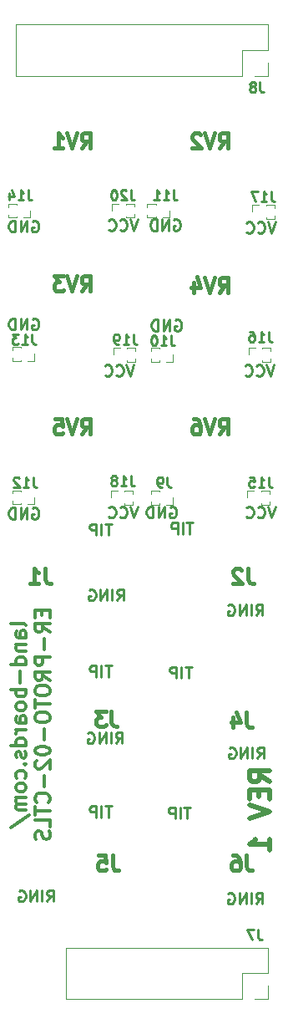
<source format=gbo>
%TF.GenerationSoftware,KiCad,Pcbnew,(6.0.1)*%
%TF.CreationDate,2022-11-01T09:03:49-04:00*%
%TF.ProjectId,ER-PROTO-02-CTLS,45522d50-524f-4544-9f2d-30322d43544c,1*%
%TF.SameCoordinates,Original*%
%TF.FileFunction,Legend,Bot*%
%TF.FilePolarity,Positive*%
%FSLAX46Y46*%
G04 Gerber Fmt 4.6, Leading zero omitted, Abs format (unit mm)*
G04 Created by KiCad (PCBNEW (6.0.1)) date 2022-11-01 09:03:49*
%MOMM*%
%LPD*%
G01*
G04 APERTURE LIST*
%ADD10C,0.381000*%
%ADD11C,0.285750*%
%ADD12C,0.375000*%
%ADD13C,0.500000*%
%ADD14C,0.254000*%
%ADD15C,0.120000*%
G04 APERTURE END LIST*
D10*
X109601000Y-94796428D02*
X109601000Y-95885000D01*
X109673571Y-96102714D01*
X109818714Y-96247857D01*
X110036428Y-96320428D01*
X110181571Y-96320428D01*
X108149571Y-94796428D02*
X108875285Y-94796428D01*
X108947857Y-95522142D01*
X108875285Y-95449571D01*
X108730142Y-95377000D01*
X108367285Y-95377000D01*
X108222142Y-95449571D01*
X108149571Y-95522142D01*
X108077000Y-95667285D01*
X108077000Y-96030142D01*
X108149571Y-96175285D01*
X108222142Y-96247857D01*
X108367285Y-96320428D01*
X108730142Y-96320428D01*
X108875285Y-96247857D01*
X108947857Y-96175285D01*
X123190000Y-94796428D02*
X123190000Y-95885000D01*
X123262571Y-96102714D01*
X123407714Y-96247857D01*
X123625428Y-96320428D01*
X123770571Y-96320428D01*
X121811142Y-94796428D02*
X122101428Y-94796428D01*
X122246571Y-94869000D01*
X122319142Y-94941571D01*
X122464285Y-95159285D01*
X122536857Y-95449571D01*
X122536857Y-96030142D01*
X122464285Y-96175285D01*
X122391714Y-96247857D01*
X122246571Y-96320428D01*
X121956285Y-96320428D01*
X121811142Y-96247857D01*
X121738571Y-96175285D01*
X121666000Y-96030142D01*
X121666000Y-95667285D01*
X121738571Y-95522142D01*
X121811142Y-95449571D01*
X121956285Y-95377000D01*
X122246571Y-95377000D01*
X122391714Y-95449571D01*
X122464285Y-95522142D01*
X122536857Y-95667285D01*
X123190000Y-80318428D02*
X123190000Y-81407000D01*
X123262571Y-81624714D01*
X123407714Y-81769857D01*
X123625428Y-81842428D01*
X123770571Y-81842428D01*
X121811142Y-80826428D02*
X121811142Y-81842428D01*
X122174000Y-80245857D02*
X122536857Y-81334428D01*
X121593428Y-81334428D01*
X109474000Y-80191428D02*
X109474000Y-81280000D01*
X109546571Y-81497714D01*
X109691714Y-81642857D01*
X109909428Y-81715428D01*
X110054571Y-81715428D01*
X108893428Y-80191428D02*
X107950000Y-80191428D01*
X108458000Y-80772000D01*
X108240285Y-80772000D01*
X108095142Y-80844571D01*
X108022571Y-80917142D01*
X107950000Y-81062285D01*
X107950000Y-81425142D01*
X108022571Y-81570285D01*
X108095142Y-81642857D01*
X108240285Y-81715428D01*
X108675714Y-81715428D01*
X108820857Y-81642857D01*
X108893428Y-81570285D01*
X123317000Y-65713428D02*
X123317000Y-66802000D01*
X123389571Y-67019714D01*
X123534714Y-67164857D01*
X123752428Y-67237428D01*
X123897571Y-67237428D01*
X122663857Y-65858571D02*
X122591285Y-65786000D01*
X122446142Y-65713428D01*
X122083285Y-65713428D01*
X121938142Y-65786000D01*
X121865571Y-65858571D01*
X121793000Y-66003714D01*
X121793000Y-66148857D01*
X121865571Y-66366571D01*
X122736428Y-67237428D01*
X121793000Y-67237428D01*
D11*
X102942571Y-99450071D02*
X103323571Y-98905785D01*
X103595714Y-99450071D02*
X103595714Y-98307071D01*
X103160285Y-98307071D01*
X103051428Y-98361500D01*
X102997000Y-98415928D01*
X102942571Y-98524785D01*
X102942571Y-98688071D01*
X102997000Y-98796928D01*
X103051428Y-98851357D01*
X103160285Y-98905785D01*
X103595714Y-98905785D01*
X102452714Y-99450071D02*
X102452714Y-98307071D01*
X101908428Y-99450071D02*
X101908428Y-98307071D01*
X101255285Y-99450071D01*
X101255285Y-98307071D01*
X100112285Y-98361500D02*
X100221142Y-98307071D01*
X100384428Y-98307071D01*
X100547714Y-98361500D01*
X100656571Y-98470357D01*
X100711000Y-98579214D01*
X100765428Y-98796928D01*
X100765428Y-98960214D01*
X100711000Y-99177928D01*
X100656571Y-99286785D01*
X100547714Y-99395642D01*
X100384428Y-99450071D01*
X100275571Y-99450071D01*
X100112285Y-99395642D01*
X100057857Y-99341214D01*
X100057857Y-98960214D01*
X100275571Y-98960214D01*
X124151571Y-99704071D02*
X124532571Y-99159785D01*
X124804714Y-99704071D02*
X124804714Y-98561071D01*
X124369285Y-98561071D01*
X124260428Y-98615500D01*
X124206000Y-98669928D01*
X124151571Y-98778785D01*
X124151571Y-98942071D01*
X124206000Y-99050928D01*
X124260428Y-99105357D01*
X124369285Y-99159785D01*
X124804714Y-99159785D01*
X123661714Y-99704071D02*
X123661714Y-98561071D01*
X123117428Y-99704071D02*
X123117428Y-98561071D01*
X122464285Y-99704071D01*
X122464285Y-98561071D01*
X121321285Y-98615500D02*
X121430142Y-98561071D01*
X121593428Y-98561071D01*
X121756714Y-98615500D01*
X121865571Y-98724357D01*
X121920000Y-98833214D01*
X121974428Y-99050928D01*
X121974428Y-99214214D01*
X121920000Y-99431928D01*
X121865571Y-99540785D01*
X121756714Y-99649642D01*
X121593428Y-99704071D01*
X121484571Y-99704071D01*
X121321285Y-99649642D01*
X121266857Y-99595214D01*
X121266857Y-99214214D01*
X121484571Y-99214214D01*
X124278571Y-84972071D02*
X124659571Y-84427785D01*
X124931714Y-84972071D02*
X124931714Y-83829071D01*
X124496285Y-83829071D01*
X124387428Y-83883500D01*
X124333000Y-83937928D01*
X124278571Y-84046785D01*
X124278571Y-84210071D01*
X124333000Y-84318928D01*
X124387428Y-84373357D01*
X124496285Y-84427785D01*
X124931714Y-84427785D01*
X123788714Y-84972071D02*
X123788714Y-83829071D01*
X123244428Y-84972071D02*
X123244428Y-83829071D01*
X122591285Y-84972071D01*
X122591285Y-83829071D01*
X121448285Y-83883500D02*
X121557142Y-83829071D01*
X121720428Y-83829071D01*
X121883714Y-83883500D01*
X121992571Y-83992357D01*
X122047000Y-84101214D01*
X122101428Y-84318928D01*
X122101428Y-84482214D01*
X122047000Y-84699928D01*
X121992571Y-84808785D01*
X121883714Y-84917642D01*
X121720428Y-84972071D01*
X121611571Y-84972071D01*
X121448285Y-84917642D01*
X121393857Y-84863214D01*
X121393857Y-84482214D01*
X121611571Y-84482214D01*
X109927571Y-83448071D02*
X110308571Y-82903785D01*
X110580714Y-83448071D02*
X110580714Y-82305071D01*
X110145285Y-82305071D01*
X110036428Y-82359500D01*
X109982000Y-82413928D01*
X109927571Y-82522785D01*
X109927571Y-82686071D01*
X109982000Y-82794928D01*
X110036428Y-82849357D01*
X110145285Y-82903785D01*
X110580714Y-82903785D01*
X109437714Y-83448071D02*
X109437714Y-82305071D01*
X108893428Y-83448071D02*
X108893428Y-82305071D01*
X108240285Y-83448071D01*
X108240285Y-82305071D01*
X107097285Y-82359500D02*
X107206142Y-82305071D01*
X107369428Y-82305071D01*
X107532714Y-82359500D01*
X107641571Y-82468357D01*
X107696000Y-82577214D01*
X107750428Y-82794928D01*
X107750428Y-82958214D01*
X107696000Y-83175928D01*
X107641571Y-83284785D01*
X107532714Y-83393642D01*
X107369428Y-83448071D01*
X107260571Y-83448071D01*
X107097285Y-83393642D01*
X107042857Y-83339214D01*
X107042857Y-82958214D01*
X107260571Y-82958214D01*
X109501214Y-89798071D02*
X108848071Y-89798071D01*
X109174642Y-90941071D02*
X109174642Y-89798071D01*
X108467071Y-90941071D02*
X108467071Y-89798071D01*
X107922785Y-90941071D02*
X107922785Y-89798071D01*
X107487357Y-89798071D01*
X107378500Y-89852500D01*
X107324071Y-89906928D01*
X107269642Y-90015785D01*
X107269642Y-90179071D01*
X107324071Y-90287928D01*
X107378500Y-90342357D01*
X107487357Y-90396785D01*
X107922785Y-90396785D01*
X117502214Y-89925071D02*
X116849071Y-89925071D01*
X117175642Y-91068071D02*
X117175642Y-89925071D01*
X116468071Y-91068071D02*
X116468071Y-89925071D01*
X115923785Y-91068071D02*
X115923785Y-89925071D01*
X115488357Y-89925071D01*
X115379500Y-89979500D01*
X115325071Y-90033928D01*
X115270642Y-90142785D01*
X115270642Y-90306071D01*
X115325071Y-90414928D01*
X115379500Y-90469357D01*
X115488357Y-90523785D01*
X115923785Y-90523785D01*
X117629214Y-75701071D02*
X116976071Y-75701071D01*
X117302642Y-76844071D02*
X117302642Y-75701071D01*
X116595071Y-76844071D02*
X116595071Y-75701071D01*
X116050785Y-76844071D02*
X116050785Y-75701071D01*
X115615357Y-75701071D01*
X115506500Y-75755500D01*
X115452071Y-75809928D01*
X115397642Y-75918785D01*
X115397642Y-76082071D01*
X115452071Y-76190928D01*
X115506500Y-76245357D01*
X115615357Y-76299785D01*
X116050785Y-76299785D01*
X109501214Y-75574071D02*
X108848071Y-75574071D01*
X109174642Y-76717071D02*
X109174642Y-75574071D01*
X108467071Y-76717071D02*
X108467071Y-75574071D01*
X107922785Y-76717071D02*
X107922785Y-75574071D01*
X107487357Y-75574071D01*
X107378500Y-75628500D01*
X107324071Y-75682928D01*
X107269642Y-75791785D01*
X107269642Y-75955071D01*
X107324071Y-76063928D01*
X107378500Y-76118357D01*
X107487357Y-76172785D01*
X107922785Y-76172785D01*
X117756214Y-61096071D02*
X117103071Y-61096071D01*
X117429642Y-62239071D02*
X117429642Y-61096071D01*
X116722071Y-62239071D02*
X116722071Y-61096071D01*
X116177785Y-62239071D02*
X116177785Y-61096071D01*
X115742357Y-61096071D01*
X115633500Y-61150500D01*
X115579071Y-61204928D01*
X115524642Y-61313785D01*
X115524642Y-61477071D01*
X115579071Y-61585928D01*
X115633500Y-61640357D01*
X115742357Y-61694785D01*
X116177785Y-61694785D01*
X124151571Y-70494071D02*
X124532571Y-69949785D01*
X124804714Y-70494071D02*
X124804714Y-69351071D01*
X124369285Y-69351071D01*
X124260428Y-69405500D01*
X124206000Y-69459928D01*
X124151571Y-69568785D01*
X124151571Y-69732071D01*
X124206000Y-69840928D01*
X124260428Y-69895357D01*
X124369285Y-69949785D01*
X124804714Y-69949785D01*
X123661714Y-70494071D02*
X123661714Y-69351071D01*
X123117428Y-70494071D02*
X123117428Y-69351071D01*
X122464285Y-70494071D01*
X122464285Y-69351071D01*
X121321285Y-69405500D02*
X121430142Y-69351071D01*
X121593428Y-69351071D01*
X121756714Y-69405500D01*
X121865571Y-69514357D01*
X121920000Y-69623214D01*
X121974428Y-69840928D01*
X121974428Y-70004214D01*
X121920000Y-70221928D01*
X121865571Y-70330785D01*
X121756714Y-70439642D01*
X121593428Y-70494071D01*
X121484571Y-70494071D01*
X121321285Y-70439642D01*
X121266857Y-70385214D01*
X121266857Y-70004214D01*
X121484571Y-70004214D01*
X110054571Y-68970071D02*
X110435571Y-68425785D01*
X110707714Y-68970071D02*
X110707714Y-67827071D01*
X110272285Y-67827071D01*
X110163428Y-67881500D01*
X110109000Y-67935928D01*
X110054571Y-68044785D01*
X110054571Y-68208071D01*
X110109000Y-68316928D01*
X110163428Y-68371357D01*
X110272285Y-68425785D01*
X110707714Y-68425785D01*
X109564714Y-68970071D02*
X109564714Y-67827071D01*
X109020428Y-68970071D02*
X109020428Y-67827071D01*
X108367285Y-68970071D01*
X108367285Y-67827071D01*
X107224285Y-67881500D02*
X107333142Y-67827071D01*
X107496428Y-67827071D01*
X107659714Y-67881500D01*
X107768571Y-67990357D01*
X107823000Y-68099214D01*
X107877428Y-68316928D01*
X107877428Y-68480214D01*
X107823000Y-68697928D01*
X107768571Y-68806785D01*
X107659714Y-68915642D01*
X107496428Y-68970071D01*
X107387571Y-68970071D01*
X107224285Y-68915642D01*
X107169857Y-68861214D01*
X107169857Y-68480214D01*
X107387571Y-68480214D01*
D10*
X102743000Y-65713428D02*
X102743000Y-66802000D01*
X102815571Y-67019714D01*
X102960714Y-67164857D01*
X103178428Y-67237428D01*
X103323571Y-67237428D01*
X101219000Y-67237428D02*
X102089857Y-67237428D01*
X101654428Y-67237428D02*
X101654428Y-65713428D01*
X101799571Y-65931142D01*
X101944714Y-66076285D01*
X102089857Y-66148857D01*
D11*
X109501214Y-61223071D02*
X108848071Y-61223071D01*
X109174642Y-62366071D02*
X109174642Y-61223071D01*
X108467071Y-62366071D02*
X108467071Y-61223071D01*
X107922785Y-62366071D02*
X107922785Y-61223071D01*
X107487357Y-61223071D01*
X107378500Y-61277500D01*
X107324071Y-61331928D01*
X107269642Y-61440785D01*
X107269642Y-61604071D01*
X107324071Y-61712928D01*
X107378500Y-61767357D01*
X107487357Y-61821785D01*
X107922785Y-61821785D01*
X112141000Y-59445071D02*
X111760000Y-60588071D01*
X111379000Y-59445071D01*
X110344857Y-60479214D02*
X110399285Y-60533642D01*
X110562571Y-60588071D01*
X110671428Y-60588071D01*
X110834714Y-60533642D01*
X110943571Y-60424785D01*
X110998000Y-60315928D01*
X111052428Y-60098214D01*
X111052428Y-59934928D01*
X110998000Y-59717214D01*
X110943571Y-59608357D01*
X110834714Y-59499500D01*
X110671428Y-59445071D01*
X110562571Y-59445071D01*
X110399285Y-59499500D01*
X110344857Y-59553928D01*
X109201857Y-60479214D02*
X109256285Y-60533642D01*
X109419571Y-60588071D01*
X109528428Y-60588071D01*
X109691714Y-60533642D01*
X109800571Y-60424785D01*
X109855000Y-60315928D01*
X109909428Y-60098214D01*
X109909428Y-59934928D01*
X109855000Y-59717214D01*
X109800571Y-59608357D01*
X109691714Y-59499500D01*
X109528428Y-59445071D01*
X109419571Y-59445071D01*
X109256285Y-59499500D01*
X109201857Y-59553928D01*
X126111000Y-59445071D02*
X125730000Y-60588071D01*
X125349000Y-59445071D01*
X124314857Y-60479214D02*
X124369285Y-60533642D01*
X124532571Y-60588071D01*
X124641428Y-60588071D01*
X124804714Y-60533642D01*
X124913571Y-60424785D01*
X124968000Y-60315928D01*
X125022428Y-60098214D01*
X125022428Y-59934928D01*
X124968000Y-59717214D01*
X124913571Y-59608357D01*
X124804714Y-59499500D01*
X124641428Y-59445071D01*
X124532571Y-59445071D01*
X124369285Y-59499500D01*
X124314857Y-59553928D01*
X123171857Y-60479214D02*
X123226285Y-60533642D01*
X123389571Y-60588071D01*
X123498428Y-60588071D01*
X123661714Y-60533642D01*
X123770571Y-60424785D01*
X123825000Y-60315928D01*
X123879428Y-60098214D01*
X123879428Y-59934928D01*
X123825000Y-59717214D01*
X123770571Y-59608357D01*
X123661714Y-59499500D01*
X123498428Y-59445071D01*
X123389571Y-59445071D01*
X123226285Y-59499500D01*
X123171857Y-59553928D01*
X125984000Y-45094071D02*
X125603000Y-46237071D01*
X125222000Y-45094071D01*
X124187857Y-46128214D02*
X124242285Y-46182642D01*
X124405571Y-46237071D01*
X124514428Y-46237071D01*
X124677714Y-46182642D01*
X124786571Y-46073785D01*
X124841000Y-45964928D01*
X124895428Y-45747214D01*
X124895428Y-45583928D01*
X124841000Y-45366214D01*
X124786571Y-45257357D01*
X124677714Y-45148500D01*
X124514428Y-45094071D01*
X124405571Y-45094071D01*
X124242285Y-45148500D01*
X124187857Y-45202928D01*
X123044857Y-46128214D02*
X123099285Y-46182642D01*
X123262571Y-46237071D01*
X123371428Y-46237071D01*
X123534714Y-46182642D01*
X123643571Y-46073785D01*
X123698000Y-45964928D01*
X123752428Y-45747214D01*
X123752428Y-45583928D01*
X123698000Y-45366214D01*
X123643571Y-45257357D01*
X123534714Y-45148500D01*
X123371428Y-45094071D01*
X123262571Y-45094071D01*
X123099285Y-45148500D01*
X123044857Y-45202928D01*
X111760000Y-45094071D02*
X111379000Y-46237071D01*
X110998000Y-45094071D01*
X109963857Y-46128214D02*
X110018285Y-46182642D01*
X110181571Y-46237071D01*
X110290428Y-46237071D01*
X110453714Y-46182642D01*
X110562571Y-46073785D01*
X110617000Y-45964928D01*
X110671428Y-45747214D01*
X110671428Y-45583928D01*
X110617000Y-45366214D01*
X110562571Y-45257357D01*
X110453714Y-45148500D01*
X110290428Y-45094071D01*
X110181571Y-45094071D01*
X110018285Y-45148500D01*
X109963857Y-45202928D01*
X108820857Y-46128214D02*
X108875285Y-46182642D01*
X109038571Y-46237071D01*
X109147428Y-46237071D01*
X109310714Y-46182642D01*
X109419571Y-46073785D01*
X109474000Y-45964928D01*
X109528428Y-45747214D01*
X109528428Y-45583928D01*
X109474000Y-45366214D01*
X109419571Y-45257357D01*
X109310714Y-45148500D01*
X109147428Y-45094071D01*
X109038571Y-45094071D01*
X108875285Y-45148500D01*
X108820857Y-45202928D01*
X115424857Y-59499500D02*
X115533714Y-59445071D01*
X115697000Y-59445071D01*
X115860285Y-59499500D01*
X115969142Y-59608357D01*
X116023571Y-59717214D01*
X116078000Y-59934928D01*
X116078000Y-60098214D01*
X116023571Y-60315928D01*
X115969142Y-60424785D01*
X115860285Y-60533642D01*
X115697000Y-60588071D01*
X115588142Y-60588071D01*
X115424857Y-60533642D01*
X115370428Y-60479214D01*
X115370428Y-60098214D01*
X115588142Y-60098214D01*
X114880571Y-60588071D02*
X114880571Y-59445071D01*
X114227428Y-60588071D01*
X114227428Y-59445071D01*
X113683142Y-60588071D02*
X113683142Y-59445071D01*
X113411000Y-59445071D01*
X113247714Y-59499500D01*
X113138857Y-59608357D01*
X113084428Y-59717214D01*
X113030000Y-59934928D01*
X113030000Y-60098214D01*
X113084428Y-60315928D01*
X113138857Y-60424785D01*
X113247714Y-60533642D01*
X113411000Y-60588071D01*
X113683142Y-60588071D01*
X101454857Y-59626500D02*
X101563714Y-59572071D01*
X101727000Y-59572071D01*
X101890285Y-59626500D01*
X101999142Y-59735357D01*
X102053571Y-59844214D01*
X102108000Y-60061928D01*
X102108000Y-60225214D01*
X102053571Y-60442928D01*
X101999142Y-60551785D01*
X101890285Y-60660642D01*
X101727000Y-60715071D01*
X101618142Y-60715071D01*
X101454857Y-60660642D01*
X101400428Y-60606214D01*
X101400428Y-60225214D01*
X101618142Y-60225214D01*
X100910571Y-60715071D02*
X100910571Y-59572071D01*
X100257428Y-60715071D01*
X100257428Y-59572071D01*
X99713142Y-60715071D02*
X99713142Y-59572071D01*
X99441000Y-59572071D01*
X99277714Y-59626500D01*
X99168857Y-59735357D01*
X99114428Y-59844214D01*
X99060000Y-60061928D01*
X99060000Y-60225214D01*
X99114428Y-60442928D01*
X99168857Y-60551785D01*
X99277714Y-60660642D01*
X99441000Y-60715071D01*
X99713142Y-60715071D01*
X115932857Y-40576500D02*
X116041714Y-40522071D01*
X116205000Y-40522071D01*
X116368285Y-40576500D01*
X116477142Y-40685357D01*
X116531571Y-40794214D01*
X116586000Y-41011928D01*
X116586000Y-41175214D01*
X116531571Y-41392928D01*
X116477142Y-41501785D01*
X116368285Y-41610642D01*
X116205000Y-41665071D01*
X116096142Y-41665071D01*
X115932857Y-41610642D01*
X115878428Y-41556214D01*
X115878428Y-41175214D01*
X116096142Y-41175214D01*
X115388571Y-41665071D02*
X115388571Y-40522071D01*
X114735428Y-41665071D01*
X114735428Y-40522071D01*
X114191142Y-41665071D02*
X114191142Y-40522071D01*
X113919000Y-40522071D01*
X113755714Y-40576500D01*
X113646857Y-40685357D01*
X113592428Y-40794214D01*
X113538000Y-41011928D01*
X113538000Y-41175214D01*
X113592428Y-41392928D01*
X113646857Y-41501785D01*
X113755714Y-41610642D01*
X113919000Y-41665071D01*
X114191142Y-41665071D01*
X101454857Y-40449500D02*
X101563714Y-40395071D01*
X101727000Y-40395071D01*
X101890285Y-40449500D01*
X101999142Y-40558357D01*
X102053571Y-40667214D01*
X102108000Y-40884928D01*
X102108000Y-41048214D01*
X102053571Y-41265928D01*
X101999142Y-41374785D01*
X101890285Y-41483642D01*
X101727000Y-41538071D01*
X101618142Y-41538071D01*
X101454857Y-41483642D01*
X101400428Y-41429214D01*
X101400428Y-41048214D01*
X101618142Y-41048214D01*
X100910571Y-41538071D02*
X100910571Y-40395071D01*
X100257428Y-41538071D01*
X100257428Y-40395071D01*
X99713142Y-41538071D02*
X99713142Y-40395071D01*
X99441000Y-40395071D01*
X99277714Y-40449500D01*
X99168857Y-40558357D01*
X99114428Y-40667214D01*
X99060000Y-40884928D01*
X99060000Y-41048214D01*
X99114428Y-41265928D01*
X99168857Y-41374785D01*
X99277714Y-41483642D01*
X99441000Y-41538071D01*
X99713142Y-41538071D01*
D10*
X106444142Y-52124428D02*
X106952142Y-51398714D01*
X107315000Y-52124428D02*
X107315000Y-50600428D01*
X106734428Y-50600428D01*
X106589285Y-50673000D01*
X106516714Y-50745571D01*
X106444142Y-50890714D01*
X106444142Y-51108428D01*
X106516714Y-51253571D01*
X106589285Y-51326142D01*
X106734428Y-51398714D01*
X107315000Y-51398714D01*
X106008714Y-50600428D02*
X105500714Y-52124428D01*
X104992714Y-50600428D01*
X103759000Y-50600428D02*
X104484714Y-50600428D01*
X104557285Y-51326142D01*
X104484714Y-51253571D01*
X104339571Y-51181000D01*
X103976714Y-51181000D01*
X103831571Y-51253571D01*
X103759000Y-51326142D01*
X103686428Y-51471285D01*
X103686428Y-51834142D01*
X103759000Y-51979285D01*
X103831571Y-52051857D01*
X103976714Y-52124428D01*
X104339571Y-52124428D01*
X104484714Y-52051857D01*
X104557285Y-51979285D01*
X120414142Y-52124428D02*
X120922142Y-51398714D01*
X121285000Y-52124428D02*
X121285000Y-50600428D01*
X120704428Y-50600428D01*
X120559285Y-50673000D01*
X120486714Y-50745571D01*
X120414142Y-50890714D01*
X120414142Y-51108428D01*
X120486714Y-51253571D01*
X120559285Y-51326142D01*
X120704428Y-51398714D01*
X121285000Y-51398714D01*
X119978714Y-50600428D02*
X119470714Y-52124428D01*
X118962714Y-50600428D01*
X117801571Y-50600428D02*
X118091857Y-50600428D01*
X118237000Y-50673000D01*
X118309571Y-50745571D01*
X118454714Y-50963285D01*
X118527285Y-51253571D01*
X118527285Y-51834142D01*
X118454714Y-51979285D01*
X118382142Y-52051857D01*
X118237000Y-52124428D01*
X117946714Y-52124428D01*
X117801571Y-52051857D01*
X117729000Y-51979285D01*
X117656428Y-51834142D01*
X117656428Y-51471285D01*
X117729000Y-51326142D01*
X117801571Y-51253571D01*
X117946714Y-51181000D01*
X118237000Y-51181000D01*
X118382142Y-51253571D01*
X118454714Y-51326142D01*
X118527285Y-51471285D01*
X120414142Y-37773428D02*
X120922142Y-37047714D01*
X121285000Y-37773428D02*
X121285000Y-36249428D01*
X120704428Y-36249428D01*
X120559285Y-36322000D01*
X120486714Y-36394571D01*
X120414142Y-36539714D01*
X120414142Y-36757428D01*
X120486714Y-36902571D01*
X120559285Y-36975142D01*
X120704428Y-37047714D01*
X121285000Y-37047714D01*
X119978714Y-36249428D02*
X119470714Y-37773428D01*
X118962714Y-36249428D01*
X117801571Y-36757428D02*
X117801571Y-37773428D01*
X118164428Y-36176857D02*
X118527285Y-37265428D01*
X117583857Y-37265428D01*
X106444142Y-37646428D02*
X106952142Y-36920714D01*
X107315000Y-37646428D02*
X107315000Y-36122428D01*
X106734428Y-36122428D01*
X106589285Y-36195000D01*
X106516714Y-36267571D01*
X106444142Y-36412714D01*
X106444142Y-36630428D01*
X106516714Y-36775571D01*
X106589285Y-36848142D01*
X106734428Y-36920714D01*
X107315000Y-36920714D01*
X106008714Y-36122428D02*
X105500714Y-37646428D01*
X104992714Y-36122428D01*
X104629857Y-36122428D02*
X103686428Y-36122428D01*
X104194428Y-36703000D01*
X103976714Y-36703000D01*
X103831571Y-36775571D01*
X103759000Y-36848142D01*
X103686428Y-36993285D01*
X103686428Y-37356142D01*
X103759000Y-37501285D01*
X103831571Y-37573857D01*
X103976714Y-37646428D01*
X104412142Y-37646428D01*
X104557285Y-37573857D01*
X104629857Y-37501285D01*
X120414142Y-23168428D02*
X120922142Y-22442714D01*
X121285000Y-23168428D02*
X121285000Y-21644428D01*
X120704428Y-21644428D01*
X120559285Y-21717000D01*
X120486714Y-21789571D01*
X120414142Y-21934714D01*
X120414142Y-22152428D01*
X120486714Y-22297571D01*
X120559285Y-22370142D01*
X120704428Y-22442714D01*
X121285000Y-22442714D01*
X119978714Y-21644428D02*
X119470714Y-23168428D01*
X118962714Y-21644428D01*
X118527285Y-21789571D02*
X118454714Y-21717000D01*
X118309571Y-21644428D01*
X117946714Y-21644428D01*
X117801571Y-21717000D01*
X117729000Y-21789571D01*
X117656428Y-21934714D01*
X117656428Y-22079857D01*
X117729000Y-22297571D01*
X118599857Y-23168428D01*
X117656428Y-23168428D01*
X106444142Y-23168428D02*
X106952142Y-22442714D01*
X107315000Y-23168428D02*
X107315000Y-21644428D01*
X106734428Y-21644428D01*
X106589285Y-21717000D01*
X106516714Y-21789571D01*
X106444142Y-21934714D01*
X106444142Y-22152428D01*
X106516714Y-22297571D01*
X106589285Y-22370142D01*
X106734428Y-22442714D01*
X107315000Y-22442714D01*
X106008714Y-21644428D02*
X105500714Y-23168428D01*
X104992714Y-21644428D01*
X103686428Y-23168428D02*
X104557285Y-23168428D01*
X104121857Y-23168428D02*
X104121857Y-21644428D01*
X104267000Y-21862142D01*
X104412142Y-22007285D01*
X104557285Y-22079857D01*
D11*
X126111000Y-30616071D02*
X125730000Y-31759071D01*
X125349000Y-30616071D01*
X124314857Y-31650214D02*
X124369285Y-31704642D01*
X124532571Y-31759071D01*
X124641428Y-31759071D01*
X124804714Y-31704642D01*
X124913571Y-31595785D01*
X124968000Y-31486928D01*
X125022428Y-31269214D01*
X125022428Y-31105928D01*
X124968000Y-30888214D01*
X124913571Y-30779357D01*
X124804714Y-30670500D01*
X124641428Y-30616071D01*
X124532571Y-30616071D01*
X124369285Y-30670500D01*
X124314857Y-30724928D01*
X123171857Y-31650214D02*
X123226285Y-31704642D01*
X123389571Y-31759071D01*
X123498428Y-31759071D01*
X123661714Y-31704642D01*
X123770571Y-31595785D01*
X123825000Y-31486928D01*
X123879428Y-31269214D01*
X123879428Y-31105928D01*
X123825000Y-30888214D01*
X123770571Y-30779357D01*
X123661714Y-30670500D01*
X123498428Y-30616071D01*
X123389571Y-30616071D01*
X123226285Y-30670500D01*
X123171857Y-30724928D01*
X115805857Y-30416500D02*
X115914714Y-30362071D01*
X116078000Y-30362071D01*
X116241285Y-30416500D01*
X116350142Y-30525357D01*
X116404571Y-30634214D01*
X116459000Y-30851928D01*
X116459000Y-31015214D01*
X116404571Y-31232928D01*
X116350142Y-31341785D01*
X116241285Y-31450642D01*
X116078000Y-31505071D01*
X115969142Y-31505071D01*
X115805857Y-31450642D01*
X115751428Y-31396214D01*
X115751428Y-31015214D01*
X115969142Y-31015214D01*
X115261571Y-31505071D02*
X115261571Y-30362071D01*
X114608428Y-31505071D01*
X114608428Y-30362071D01*
X114064142Y-31505071D02*
X114064142Y-30362071D01*
X113792000Y-30362071D01*
X113628714Y-30416500D01*
X113519857Y-30525357D01*
X113465428Y-30634214D01*
X113411000Y-30851928D01*
X113411000Y-31015214D01*
X113465428Y-31232928D01*
X113519857Y-31341785D01*
X113628714Y-31450642D01*
X113792000Y-31505071D01*
X114064142Y-31505071D01*
X112141000Y-30362071D02*
X111760000Y-31505071D01*
X111379000Y-30362071D01*
X110344857Y-31396214D02*
X110399285Y-31450642D01*
X110562571Y-31505071D01*
X110671428Y-31505071D01*
X110834714Y-31450642D01*
X110943571Y-31341785D01*
X110998000Y-31232928D01*
X111052428Y-31015214D01*
X111052428Y-30851928D01*
X110998000Y-30634214D01*
X110943571Y-30525357D01*
X110834714Y-30416500D01*
X110671428Y-30362071D01*
X110562571Y-30362071D01*
X110399285Y-30416500D01*
X110344857Y-30470928D01*
X109201857Y-31396214D02*
X109256285Y-31450642D01*
X109419571Y-31505071D01*
X109528428Y-31505071D01*
X109691714Y-31450642D01*
X109800571Y-31341785D01*
X109855000Y-31232928D01*
X109909428Y-31015214D01*
X109909428Y-30851928D01*
X109855000Y-30634214D01*
X109800571Y-30525357D01*
X109691714Y-30416500D01*
X109528428Y-30362071D01*
X109419571Y-30362071D01*
X109256285Y-30416500D01*
X109201857Y-30470928D01*
X101454857Y-30543500D02*
X101563714Y-30489071D01*
X101727000Y-30489071D01*
X101890285Y-30543500D01*
X101999142Y-30652357D01*
X102053571Y-30761214D01*
X102108000Y-30978928D01*
X102108000Y-31142214D01*
X102053571Y-31359928D01*
X101999142Y-31468785D01*
X101890285Y-31577642D01*
X101727000Y-31632071D01*
X101618142Y-31632071D01*
X101454857Y-31577642D01*
X101400428Y-31523214D01*
X101400428Y-31142214D01*
X101618142Y-31142214D01*
X100910571Y-31632071D02*
X100910571Y-30489071D01*
X100257428Y-31632071D01*
X100257428Y-30489071D01*
X99713142Y-31632071D02*
X99713142Y-30489071D01*
X99441000Y-30489071D01*
X99277714Y-30543500D01*
X99168857Y-30652357D01*
X99114428Y-30761214D01*
X99060000Y-30978928D01*
X99060000Y-31142214D01*
X99114428Y-31359928D01*
X99168857Y-31468785D01*
X99277714Y-31577642D01*
X99441000Y-31632071D01*
X99713142Y-31632071D01*
D12*
X100817071Y-71498285D02*
X100745642Y-71355428D01*
X100602785Y-71284000D01*
X99317071Y-71284000D01*
X100817071Y-72712571D02*
X100031357Y-72712571D01*
X99888500Y-72641142D01*
X99817071Y-72498285D01*
X99817071Y-72212571D01*
X99888500Y-72069714D01*
X100745642Y-72712571D02*
X100817071Y-72569714D01*
X100817071Y-72212571D01*
X100745642Y-72069714D01*
X100602785Y-71998285D01*
X100459928Y-71998285D01*
X100317071Y-72069714D01*
X100245642Y-72212571D01*
X100245642Y-72569714D01*
X100174214Y-72712571D01*
X99817071Y-73426857D02*
X100817071Y-73426857D01*
X99959928Y-73426857D02*
X99888500Y-73498285D01*
X99817071Y-73641142D01*
X99817071Y-73855428D01*
X99888500Y-73998285D01*
X100031357Y-74069714D01*
X100817071Y-74069714D01*
X100817071Y-75426857D02*
X99317071Y-75426857D01*
X100745642Y-75426857D02*
X100817071Y-75284000D01*
X100817071Y-74998285D01*
X100745642Y-74855428D01*
X100674214Y-74784000D01*
X100531357Y-74712571D01*
X100102785Y-74712571D01*
X99959928Y-74784000D01*
X99888500Y-74855428D01*
X99817071Y-74998285D01*
X99817071Y-75284000D01*
X99888500Y-75426857D01*
X100245642Y-76141142D02*
X100245642Y-77284000D01*
X100817071Y-77998285D02*
X99317071Y-77998285D01*
X99888500Y-77998285D02*
X99817071Y-78141142D01*
X99817071Y-78426857D01*
X99888500Y-78569714D01*
X99959928Y-78641142D01*
X100102785Y-78712571D01*
X100531357Y-78712571D01*
X100674214Y-78641142D01*
X100745642Y-78569714D01*
X100817071Y-78426857D01*
X100817071Y-78141142D01*
X100745642Y-77998285D01*
X100817071Y-79569714D02*
X100745642Y-79426857D01*
X100674214Y-79355428D01*
X100531357Y-79284000D01*
X100102785Y-79284000D01*
X99959928Y-79355428D01*
X99888500Y-79426857D01*
X99817071Y-79569714D01*
X99817071Y-79784000D01*
X99888500Y-79926857D01*
X99959928Y-79998285D01*
X100102785Y-80069714D01*
X100531357Y-80069714D01*
X100674214Y-79998285D01*
X100745642Y-79926857D01*
X100817071Y-79784000D01*
X100817071Y-79569714D01*
X100817071Y-81355428D02*
X100031357Y-81355428D01*
X99888500Y-81284000D01*
X99817071Y-81141142D01*
X99817071Y-80855428D01*
X99888500Y-80712571D01*
X100745642Y-81355428D02*
X100817071Y-81212571D01*
X100817071Y-80855428D01*
X100745642Y-80712571D01*
X100602785Y-80641142D01*
X100459928Y-80641142D01*
X100317071Y-80712571D01*
X100245642Y-80855428D01*
X100245642Y-81212571D01*
X100174214Y-81355428D01*
X100817071Y-82069714D02*
X99817071Y-82069714D01*
X100102785Y-82069714D02*
X99959928Y-82141142D01*
X99888500Y-82212571D01*
X99817071Y-82355428D01*
X99817071Y-82498285D01*
X100817071Y-83641142D02*
X99317071Y-83641142D01*
X100745642Y-83641142D02*
X100817071Y-83498285D01*
X100817071Y-83212571D01*
X100745642Y-83069714D01*
X100674214Y-82998285D01*
X100531357Y-82926857D01*
X100102785Y-82926857D01*
X99959928Y-82998285D01*
X99888500Y-83069714D01*
X99817071Y-83212571D01*
X99817071Y-83498285D01*
X99888500Y-83641142D01*
X100745642Y-84284000D02*
X100817071Y-84426857D01*
X100817071Y-84712571D01*
X100745642Y-84855428D01*
X100602785Y-84926857D01*
X100531357Y-84926857D01*
X100388500Y-84855428D01*
X100317071Y-84712571D01*
X100317071Y-84498285D01*
X100245642Y-84355428D01*
X100102785Y-84284000D01*
X100031357Y-84284000D01*
X99888500Y-84355428D01*
X99817071Y-84498285D01*
X99817071Y-84712571D01*
X99888500Y-84855428D01*
X100674214Y-85569714D02*
X100745642Y-85641142D01*
X100817071Y-85569714D01*
X100745642Y-85498285D01*
X100674214Y-85569714D01*
X100817071Y-85569714D01*
X100745642Y-86926857D02*
X100817071Y-86784000D01*
X100817071Y-86498285D01*
X100745642Y-86355428D01*
X100674214Y-86284000D01*
X100531357Y-86212571D01*
X100102785Y-86212571D01*
X99959928Y-86284000D01*
X99888500Y-86355428D01*
X99817071Y-86498285D01*
X99817071Y-86784000D01*
X99888500Y-86926857D01*
X100817071Y-87784000D02*
X100745642Y-87641142D01*
X100674214Y-87569714D01*
X100531357Y-87498285D01*
X100102785Y-87498285D01*
X99959928Y-87569714D01*
X99888500Y-87641142D01*
X99817071Y-87784000D01*
X99817071Y-87998285D01*
X99888500Y-88141142D01*
X99959928Y-88212571D01*
X100102785Y-88284000D01*
X100531357Y-88284000D01*
X100674214Y-88212571D01*
X100745642Y-88141142D01*
X100817071Y-87998285D01*
X100817071Y-87784000D01*
X100817071Y-88926857D02*
X99817071Y-88926857D01*
X99959928Y-88926857D02*
X99888500Y-88998285D01*
X99817071Y-89141142D01*
X99817071Y-89355428D01*
X99888500Y-89498285D01*
X100031357Y-89569714D01*
X100817071Y-89569714D01*
X100031357Y-89569714D02*
X99888500Y-89641142D01*
X99817071Y-89784000D01*
X99817071Y-89998285D01*
X99888500Y-90141142D01*
X100031357Y-90212571D01*
X100817071Y-90212571D01*
X99245642Y-91998285D02*
X101174214Y-90712571D01*
X102446357Y-69962571D02*
X102446357Y-70462571D01*
X103232071Y-70676857D02*
X103232071Y-69962571D01*
X101732071Y-69962571D01*
X101732071Y-70676857D01*
X103232071Y-72176857D02*
X102517785Y-71676857D01*
X103232071Y-71319714D02*
X101732071Y-71319714D01*
X101732071Y-71891142D01*
X101803500Y-72034000D01*
X101874928Y-72105428D01*
X102017785Y-72176857D01*
X102232071Y-72176857D01*
X102374928Y-72105428D01*
X102446357Y-72034000D01*
X102517785Y-71891142D01*
X102517785Y-71319714D01*
X102660642Y-72819714D02*
X102660642Y-73962571D01*
X103232071Y-74676857D02*
X101732071Y-74676857D01*
X101732071Y-75248285D01*
X101803500Y-75391142D01*
X101874928Y-75462571D01*
X102017785Y-75534000D01*
X102232071Y-75534000D01*
X102374928Y-75462571D01*
X102446357Y-75391142D01*
X102517785Y-75248285D01*
X102517785Y-74676857D01*
X103232071Y-77034000D02*
X102517785Y-76534000D01*
X103232071Y-76176857D02*
X101732071Y-76176857D01*
X101732071Y-76748285D01*
X101803500Y-76891142D01*
X101874928Y-76962571D01*
X102017785Y-77034000D01*
X102232071Y-77034000D01*
X102374928Y-76962571D01*
X102446357Y-76891142D01*
X102517785Y-76748285D01*
X102517785Y-76176857D01*
X101732071Y-77962571D02*
X101732071Y-78248285D01*
X101803500Y-78391142D01*
X101946357Y-78534000D01*
X102232071Y-78605428D01*
X102732071Y-78605428D01*
X103017785Y-78534000D01*
X103160642Y-78391142D01*
X103232071Y-78248285D01*
X103232071Y-77962571D01*
X103160642Y-77819714D01*
X103017785Y-77676857D01*
X102732071Y-77605428D01*
X102232071Y-77605428D01*
X101946357Y-77676857D01*
X101803500Y-77819714D01*
X101732071Y-77962571D01*
X101732071Y-79034000D02*
X101732071Y-79891142D01*
X103232071Y-79462571D02*
X101732071Y-79462571D01*
X101732071Y-80676857D02*
X101732071Y-80962571D01*
X101803500Y-81105428D01*
X101946357Y-81248285D01*
X102232071Y-81319714D01*
X102732071Y-81319714D01*
X103017785Y-81248285D01*
X103160642Y-81105428D01*
X103232071Y-80962571D01*
X103232071Y-80676857D01*
X103160642Y-80534000D01*
X103017785Y-80391142D01*
X102732071Y-80319714D01*
X102232071Y-80319714D01*
X101946357Y-80391142D01*
X101803500Y-80534000D01*
X101732071Y-80676857D01*
X102660642Y-81962571D02*
X102660642Y-83105428D01*
X101732071Y-84105428D02*
X101732071Y-84248285D01*
X101803500Y-84391142D01*
X101874928Y-84462571D01*
X102017785Y-84534000D01*
X102303500Y-84605428D01*
X102660642Y-84605428D01*
X102946357Y-84534000D01*
X103089214Y-84462571D01*
X103160642Y-84391142D01*
X103232071Y-84248285D01*
X103232071Y-84105428D01*
X103160642Y-83962571D01*
X103089214Y-83891142D01*
X102946357Y-83819714D01*
X102660642Y-83748285D01*
X102303500Y-83748285D01*
X102017785Y-83819714D01*
X101874928Y-83891142D01*
X101803500Y-83962571D01*
X101732071Y-84105428D01*
X101874928Y-85176857D02*
X101803500Y-85248285D01*
X101732071Y-85391142D01*
X101732071Y-85748285D01*
X101803500Y-85891142D01*
X101874928Y-85962571D01*
X102017785Y-86034000D01*
X102160642Y-86034000D01*
X102374928Y-85962571D01*
X103232071Y-85105428D01*
X103232071Y-86034000D01*
X102660642Y-86676857D02*
X102660642Y-87819714D01*
X103089214Y-89391142D02*
X103160642Y-89319714D01*
X103232071Y-89105428D01*
X103232071Y-88962571D01*
X103160642Y-88748285D01*
X103017785Y-88605428D01*
X102874928Y-88534000D01*
X102589214Y-88462571D01*
X102374928Y-88462571D01*
X102089214Y-88534000D01*
X101946357Y-88605428D01*
X101803500Y-88748285D01*
X101732071Y-88962571D01*
X101732071Y-89105428D01*
X101803500Y-89319714D01*
X101874928Y-89391142D01*
X101732071Y-89819714D02*
X101732071Y-90676857D01*
X103232071Y-90248285D02*
X101732071Y-90248285D01*
X103232071Y-91891142D02*
X103232071Y-91176857D01*
X101732071Y-91176857D01*
X103160642Y-92319714D02*
X103232071Y-92534000D01*
X103232071Y-92891142D01*
X103160642Y-93034000D01*
X103089214Y-93105428D01*
X102946357Y-93176857D01*
X102803500Y-93176857D01*
X102660642Y-93105428D01*
X102589214Y-93034000D01*
X102517785Y-92891142D01*
X102446357Y-92605428D01*
X102374928Y-92462571D01*
X102303500Y-92391142D01*
X102160642Y-92319714D01*
X102017785Y-92319714D01*
X101874928Y-92391142D01*
X101803500Y-92462571D01*
X101732071Y-92605428D01*
X101732071Y-92962571D01*
X101803500Y-93176857D01*
D13*
X125491761Y-87312857D02*
X124539380Y-86646190D01*
X125491761Y-86170000D02*
X123491761Y-86170000D01*
X123491761Y-86931904D01*
X123587000Y-87122380D01*
X123682238Y-87217619D01*
X123872714Y-87312857D01*
X124158428Y-87312857D01*
X124348904Y-87217619D01*
X124444142Y-87122380D01*
X124539380Y-86931904D01*
X124539380Y-86170000D01*
X124444142Y-88170000D02*
X124444142Y-88836666D01*
X125491761Y-89122380D02*
X125491761Y-88170000D01*
X123491761Y-88170000D01*
X123491761Y-89122380D01*
X123491761Y-89693809D02*
X125491761Y-90360476D01*
X123491761Y-91027142D01*
X125491761Y-94265238D02*
X125491761Y-93122380D01*
X125491761Y-93693809D02*
X123491761Y-93693809D01*
X123777476Y-93503333D01*
X123967952Y-93312857D01*
X124063190Y-93122380D01*
D14*
%TO.C,J20*%
X111439477Y-27383619D02*
X111439477Y-28109333D01*
X111487858Y-28254476D01*
X111584620Y-28351238D01*
X111729762Y-28399619D01*
X111826524Y-28399619D01*
X111004048Y-27480380D02*
X110955667Y-27432000D01*
X110858905Y-27383619D01*
X110617001Y-27383619D01*
X110520239Y-27432000D01*
X110471858Y-27480380D01*
X110423477Y-27577142D01*
X110423477Y-27673904D01*
X110471858Y-27819047D01*
X111052429Y-28399619D01*
X110423477Y-28399619D01*
X109794524Y-27383619D02*
X109697762Y-27383619D01*
X109601001Y-27432000D01*
X109552620Y-27480380D01*
X109504239Y-27577142D01*
X109455858Y-27770666D01*
X109455858Y-28012571D01*
X109504239Y-28206095D01*
X109552620Y-28302857D01*
X109601001Y-28351238D01*
X109697762Y-28399619D01*
X109794524Y-28399619D01*
X109891286Y-28351238D01*
X109939667Y-28302857D01*
X109988048Y-28206095D01*
X110036429Y-28012571D01*
X110036429Y-27770666D01*
X109988048Y-27577142D01*
X109939667Y-27480380D01*
X109891286Y-27432000D01*
X109794524Y-27383619D01*
%TO.C,J19*%
X111693477Y-41988619D02*
X111693477Y-42714333D01*
X111741858Y-42859476D01*
X111838620Y-42956238D01*
X111983762Y-43004619D01*
X112080524Y-43004619D01*
X110677477Y-43004619D02*
X111258048Y-43004619D01*
X110967762Y-43004619D02*
X110967762Y-41988619D01*
X111064524Y-42133761D01*
X111161286Y-42230523D01*
X111258048Y-42278904D01*
X110193667Y-43004619D02*
X110000143Y-43004619D01*
X109903381Y-42956238D01*
X109855001Y-42907857D01*
X109758239Y-42762714D01*
X109709858Y-42569190D01*
X109709858Y-42182142D01*
X109758239Y-42085380D01*
X109806620Y-42037000D01*
X109903381Y-41988619D01*
X110096905Y-41988619D01*
X110193667Y-42037000D01*
X110242048Y-42085380D01*
X110290429Y-42182142D01*
X110290429Y-42424047D01*
X110242048Y-42520809D01*
X110193667Y-42569190D01*
X110096905Y-42617571D01*
X109903381Y-42617571D01*
X109806620Y-42569190D01*
X109758239Y-42520809D01*
X109709858Y-42424047D01*
%TO.C,J18*%
X111439477Y-56339619D02*
X111439477Y-57065333D01*
X111487858Y-57210476D01*
X111584620Y-57307238D01*
X111729762Y-57355619D01*
X111826524Y-57355619D01*
X110423477Y-57355619D02*
X111004048Y-57355619D01*
X110713762Y-57355619D02*
X110713762Y-56339619D01*
X110810524Y-56484761D01*
X110907286Y-56581523D01*
X111004048Y-56629904D01*
X109842905Y-56775047D02*
X109939667Y-56726666D01*
X109988048Y-56678285D01*
X110036429Y-56581523D01*
X110036429Y-56533142D01*
X109988048Y-56436380D01*
X109939667Y-56388000D01*
X109842905Y-56339619D01*
X109649381Y-56339619D01*
X109552620Y-56388000D01*
X109504239Y-56436380D01*
X109455858Y-56533142D01*
X109455858Y-56581523D01*
X109504239Y-56678285D01*
X109552620Y-56726666D01*
X109649381Y-56775047D01*
X109842905Y-56775047D01*
X109939667Y-56823428D01*
X109988048Y-56871809D01*
X110036429Y-56968571D01*
X110036429Y-57162095D01*
X109988048Y-57258857D01*
X109939667Y-57307238D01*
X109842905Y-57355619D01*
X109649381Y-57355619D01*
X109552620Y-57307238D01*
X109504239Y-57258857D01*
X109455858Y-57162095D01*
X109455858Y-56968571D01*
X109504239Y-56871809D01*
X109552620Y-56823428D01*
X109649381Y-56775047D01*
%TO.C,J17*%
X125663477Y-27510619D02*
X125663477Y-28236333D01*
X125711858Y-28381476D01*
X125808620Y-28478238D01*
X125953762Y-28526619D01*
X126050524Y-28526619D01*
X124647477Y-28526619D02*
X125228048Y-28526619D01*
X124937762Y-28526619D02*
X124937762Y-27510619D01*
X125034524Y-27655761D01*
X125131286Y-27752523D01*
X125228048Y-27800904D01*
X124308810Y-27510619D02*
X123631477Y-27510619D01*
X124066905Y-28526619D01*
%TO.C,J16*%
X125409477Y-41734619D02*
X125409477Y-42460333D01*
X125457858Y-42605476D01*
X125554620Y-42702238D01*
X125699762Y-42750619D01*
X125796524Y-42750619D01*
X124393477Y-42750619D02*
X124974048Y-42750619D01*
X124683762Y-42750619D02*
X124683762Y-41734619D01*
X124780524Y-41879761D01*
X124877286Y-41976523D01*
X124974048Y-42024904D01*
X123522620Y-41734619D02*
X123716143Y-41734619D01*
X123812905Y-41783000D01*
X123861286Y-41831380D01*
X123958048Y-41976523D01*
X124006429Y-42170047D01*
X124006429Y-42557095D01*
X123958048Y-42653857D01*
X123909667Y-42702238D01*
X123812905Y-42750619D01*
X123619381Y-42750619D01*
X123522620Y-42702238D01*
X123474239Y-42653857D01*
X123425858Y-42557095D01*
X123425858Y-42315190D01*
X123474239Y-42218428D01*
X123522620Y-42170047D01*
X123619381Y-42121666D01*
X123812905Y-42121666D01*
X123909667Y-42170047D01*
X123958048Y-42218428D01*
X124006429Y-42315190D01*
%TO.C,J15*%
X125409477Y-56466619D02*
X125409477Y-57192333D01*
X125457858Y-57337476D01*
X125554620Y-57434238D01*
X125699762Y-57482619D01*
X125796524Y-57482619D01*
X124393477Y-57482619D02*
X124974048Y-57482619D01*
X124683762Y-57482619D02*
X124683762Y-56466619D01*
X124780524Y-56611761D01*
X124877286Y-56708523D01*
X124974048Y-56756904D01*
X123474239Y-56466619D02*
X123958048Y-56466619D01*
X124006429Y-56950428D01*
X123958048Y-56902047D01*
X123861286Y-56853666D01*
X123619381Y-56853666D01*
X123522620Y-56902047D01*
X123474239Y-56950428D01*
X123425858Y-57047190D01*
X123425858Y-57289095D01*
X123474239Y-57385857D01*
X123522620Y-57434238D01*
X123619381Y-57482619D01*
X123861286Y-57482619D01*
X123958048Y-57434238D01*
X124006429Y-57385857D01*
%TO.C,J13*%
X101406477Y-41988607D02*
X101406477Y-42714321D01*
X101454858Y-42859464D01*
X101551620Y-42956226D01*
X101696762Y-43004607D01*
X101793524Y-43004607D01*
X100390477Y-43004607D02*
X100971048Y-43004607D01*
X100680762Y-43004607D02*
X100680762Y-41988607D01*
X100777524Y-42133749D01*
X100874286Y-42230511D01*
X100971048Y-42278892D01*
X100051810Y-41988607D02*
X99422858Y-41988607D01*
X99761524Y-42375654D01*
X99616381Y-42375654D01*
X99519620Y-42424035D01*
X99471239Y-42472416D01*
X99422858Y-42569178D01*
X99422858Y-42811083D01*
X99471239Y-42907845D01*
X99519620Y-42956226D01*
X99616381Y-43004607D01*
X99906667Y-43004607D01*
X100003429Y-42956226D01*
X100051810Y-42907845D01*
%TO.C,J9*%
X115146665Y-56466619D02*
X115146665Y-57192333D01*
X115195046Y-57337476D01*
X115291808Y-57434238D01*
X115436951Y-57482619D01*
X115533713Y-57482619D01*
X114614475Y-57482619D02*
X114420951Y-57482619D01*
X114324189Y-57434238D01*
X114275808Y-57385857D01*
X114179046Y-57240714D01*
X114130665Y-57047190D01*
X114130665Y-56660142D01*
X114179046Y-56563380D01*
X114227427Y-56515000D01*
X114324189Y-56466619D01*
X114517713Y-56466619D01*
X114614475Y-56515000D01*
X114662856Y-56563380D01*
X114711237Y-56660142D01*
X114711237Y-56902047D01*
X114662856Y-56998809D01*
X114614475Y-57047190D01*
X114517713Y-57095571D01*
X114324189Y-57095571D01*
X114227427Y-57047190D01*
X114179046Y-56998809D01*
X114130665Y-56902047D01*
%TO.C,J10*%
X115503475Y-42115619D02*
X115503475Y-42841333D01*
X115551856Y-42986476D01*
X115648618Y-43083238D01*
X115793760Y-43131619D01*
X115890522Y-43131619D01*
X114487475Y-43131619D02*
X115068046Y-43131619D01*
X114777760Y-43131619D02*
X114777760Y-42115619D01*
X114874522Y-42260761D01*
X114971284Y-42357523D01*
X115068046Y-42405904D01*
X113858522Y-42115619D02*
X113761760Y-42115619D01*
X113664999Y-42164000D01*
X113616618Y-42212380D01*
X113568237Y-42309142D01*
X113519856Y-42502666D01*
X113519856Y-42744571D01*
X113568237Y-42938095D01*
X113616618Y-43034857D01*
X113664999Y-43083238D01*
X113761760Y-43131619D01*
X113858522Y-43131619D01*
X113955284Y-43083238D01*
X114003665Y-43034857D01*
X114052046Y-42938095D01*
X114100427Y-42744571D01*
X114100427Y-42502666D01*
X114052046Y-42309142D01*
X114003665Y-42212380D01*
X113955284Y-42164000D01*
X113858522Y-42115619D01*
%TO.C,J11*%
X115757475Y-27383611D02*
X115757475Y-28109325D01*
X115805856Y-28254468D01*
X115902618Y-28351230D01*
X116047760Y-28399611D01*
X116144522Y-28399611D01*
X114741475Y-28399611D02*
X115322046Y-28399611D01*
X115031760Y-28399611D02*
X115031760Y-27383611D01*
X115128522Y-27528753D01*
X115225284Y-27625515D01*
X115322046Y-27673896D01*
X113773856Y-28399611D02*
X114354427Y-28399611D01*
X114064141Y-28399611D02*
X114064141Y-27383611D01*
X114160903Y-27528753D01*
X114257665Y-27625515D01*
X114354427Y-27673896D01*
%TO.C,J14*%
X101025475Y-27383611D02*
X101025475Y-28109325D01*
X101073856Y-28254468D01*
X101170618Y-28351230D01*
X101315760Y-28399611D01*
X101412522Y-28399611D01*
X100009475Y-28399611D02*
X100590046Y-28399611D01*
X100299760Y-28399611D02*
X100299760Y-27383611D01*
X100396522Y-27528753D01*
X100493284Y-27625515D01*
X100590046Y-27673896D01*
X99138618Y-27722277D02*
X99138618Y-28399611D01*
X99380522Y-27335230D02*
X99622427Y-28060944D01*
X98993475Y-28060944D01*
%TO.C,J12*%
X101533477Y-56466629D02*
X101533477Y-57192343D01*
X101581858Y-57337486D01*
X101678620Y-57434248D01*
X101823762Y-57482629D01*
X101920524Y-57482629D01*
X100517477Y-57482629D02*
X101098048Y-57482629D01*
X100807762Y-57482629D02*
X100807762Y-56466629D01*
X100904524Y-56611771D01*
X101001286Y-56708533D01*
X101098048Y-56756914D01*
X100130429Y-56563390D02*
X100082048Y-56515010D01*
X99985286Y-56466629D01*
X99743381Y-56466629D01*
X99646620Y-56515010D01*
X99598239Y-56563390D01*
X99549858Y-56660152D01*
X99549858Y-56756914D01*
X99598239Y-56902057D01*
X100178810Y-57482629D01*
X99549858Y-57482629D01*
%TO.C,J8*%
X124544666Y-16461619D02*
X124544666Y-17187333D01*
X124593047Y-17332476D01*
X124689809Y-17429238D01*
X124834952Y-17477619D01*
X124931714Y-17477619D01*
X123915714Y-16897047D02*
X124012476Y-16848666D01*
X124060857Y-16800285D01*
X124109238Y-16703523D01*
X124109238Y-16655142D01*
X124060857Y-16558380D01*
X124012476Y-16510000D01*
X123915714Y-16461619D01*
X123722190Y-16461619D01*
X123625428Y-16510000D01*
X123577047Y-16558380D01*
X123528666Y-16655142D01*
X123528666Y-16703523D01*
X123577047Y-16800285D01*
X123625428Y-16848666D01*
X123722190Y-16897047D01*
X123915714Y-16897047D01*
X124012476Y-16945428D01*
X124060857Y-16993809D01*
X124109238Y-17090571D01*
X124109238Y-17284095D01*
X124060857Y-17380857D01*
X124012476Y-17429238D01*
X123915714Y-17477619D01*
X123722190Y-17477619D01*
X123625428Y-17429238D01*
X123577047Y-17380857D01*
X123528666Y-17284095D01*
X123528666Y-17090571D01*
X123577047Y-16993809D01*
X123625428Y-16945428D01*
X123722190Y-16897047D01*
%TO.C,J7*%
X124338666Y-102313619D02*
X124338666Y-103039333D01*
X124387047Y-103184476D01*
X124483809Y-103281238D01*
X124628952Y-103329619D01*
X124725714Y-103329619D01*
X123951619Y-102313619D02*
X123274285Y-102313619D01*
X123709714Y-103329619D01*
D15*
%TO.C,J20*%
X110929001Y-28769000D02*
X110929001Y-28855724D01*
X109559001Y-28769000D02*
X109559001Y-29464000D01*
X110929001Y-28769000D02*
X111804001Y-28769000D01*
X111804001Y-28769000D02*
X111804001Y-29069507D01*
X110929001Y-30072276D02*
X110929001Y-30159000D01*
X111804001Y-29858493D02*
X111804001Y-30159000D01*
X110244001Y-28769000D02*
X109559001Y-28769000D01*
X110929001Y-30159000D02*
X111804001Y-30159000D01*
%TO.C,J19*%
X111056001Y-43374000D02*
X111056001Y-43460724D01*
X109686001Y-43374000D02*
X109686001Y-44069000D01*
X111056001Y-43374000D02*
X111931001Y-43374000D01*
X111931001Y-43374000D02*
X111931001Y-43674507D01*
X111056001Y-44677276D02*
X111056001Y-44764000D01*
X111931001Y-44463493D02*
X111931001Y-44764000D01*
X110371001Y-43374000D02*
X109686001Y-43374000D01*
X111056001Y-44764000D02*
X111931001Y-44764000D01*
%TO.C,J18*%
X110802001Y-57852000D02*
X110802001Y-57938724D01*
X109432001Y-57852000D02*
X109432001Y-58547000D01*
X110802001Y-57852000D02*
X111677001Y-57852000D01*
X111677001Y-57852000D02*
X111677001Y-58152507D01*
X110802001Y-59155276D02*
X110802001Y-59242000D01*
X111677001Y-58941493D02*
X111677001Y-59242000D01*
X110117001Y-57852000D02*
X109432001Y-57852000D01*
X110802001Y-59242000D02*
X111677001Y-59242000D01*
%TO.C,J17*%
X125153001Y-28896000D02*
X125153001Y-28982724D01*
X123783001Y-28896000D02*
X123783001Y-29591000D01*
X125153001Y-28896000D02*
X126028001Y-28896000D01*
X126028001Y-28896000D02*
X126028001Y-29196507D01*
X125153001Y-30199276D02*
X125153001Y-30286000D01*
X126028001Y-29985493D02*
X126028001Y-30286000D01*
X124468001Y-28896000D02*
X123783001Y-28896000D01*
X125153001Y-30286000D02*
X126028001Y-30286000D01*
%TO.C,J16*%
X124772001Y-43374000D02*
X124772001Y-43460724D01*
X123402001Y-43374000D02*
X123402001Y-44069000D01*
X124772001Y-43374000D02*
X125647001Y-43374000D01*
X125647001Y-43374000D02*
X125647001Y-43674507D01*
X124772001Y-44677276D02*
X124772001Y-44764000D01*
X125647001Y-44463493D02*
X125647001Y-44764000D01*
X124087001Y-43374000D02*
X123402001Y-43374000D01*
X124772001Y-44764000D02*
X125647001Y-44764000D01*
%TO.C,J15*%
X124645001Y-57852000D02*
X124645001Y-57938724D01*
X123275001Y-57852000D02*
X123275001Y-58547000D01*
X124645001Y-57852000D02*
X125520001Y-57852000D01*
X125520001Y-57852000D02*
X125520001Y-58152507D01*
X124645001Y-59155276D02*
X124645001Y-59242000D01*
X125520001Y-58941493D02*
X125520001Y-59242000D01*
X123960001Y-57852000D02*
X123275001Y-57852000D01*
X124645001Y-59242000D02*
X125520001Y-59242000D01*
%TO.C,J13*%
X99440001Y-44694988D02*
X99440001Y-44394481D01*
X99440001Y-43605495D02*
X99440001Y-43304988D01*
X101000001Y-44694988D02*
X101685001Y-44694988D01*
X100315001Y-44694988D02*
X100315001Y-44608264D01*
X100315001Y-43391712D02*
X100315001Y-43304988D01*
X101685001Y-44694988D02*
X101685001Y-43999988D01*
X100315001Y-43304988D02*
X99440001Y-43304988D01*
X100315001Y-44694988D02*
X99440001Y-44694988D01*
%TO.C,J9*%
X113493999Y-58152507D02*
X113493999Y-57852000D01*
X115738999Y-59242000D02*
X115738999Y-58547000D01*
X115053999Y-59242000D02*
X115738999Y-59242000D01*
X113493999Y-59242000D02*
X113493999Y-58941493D01*
X114368999Y-59242000D02*
X114368999Y-59155276D01*
X114368999Y-59242000D02*
X113493999Y-59242000D01*
X114368999Y-57852000D02*
X113493999Y-57852000D01*
X114368999Y-57938724D02*
X114368999Y-57852000D01*
%TO.C,J10*%
X114368999Y-44764000D02*
X113493999Y-44764000D01*
X114368999Y-44764000D02*
X114368999Y-44677276D01*
X114368999Y-43374000D02*
X113493999Y-43374000D01*
X113493999Y-44764000D02*
X113493999Y-44463493D01*
X115738999Y-44764000D02*
X115738999Y-44069000D01*
X113493999Y-43674507D02*
X113493999Y-43374000D01*
X115053999Y-44764000D02*
X115738999Y-44764000D01*
X114368999Y-43460724D02*
X114368999Y-43374000D01*
%TO.C,J11*%
X113987999Y-28804992D02*
X113112999Y-28804992D01*
X113112999Y-29105499D02*
X113112999Y-28804992D01*
X113987999Y-30194992D02*
X113987999Y-30108268D01*
X115357999Y-30194992D02*
X115357999Y-29499992D01*
X113112999Y-30194992D02*
X113112999Y-29894485D01*
X113987999Y-28891716D02*
X113987999Y-28804992D01*
X114672999Y-30194992D02*
X115357999Y-30194992D01*
X113987999Y-30194992D02*
X113112999Y-30194992D01*
%TO.C,J14*%
X99890999Y-30194992D02*
X99890999Y-30108268D01*
X101260999Y-30194992D02*
X101260999Y-29499992D01*
X99890999Y-30194992D02*
X99015999Y-30194992D01*
X99890999Y-28891716D02*
X99890999Y-28804992D01*
X99015999Y-30194992D02*
X99015999Y-29894485D01*
X99015999Y-29105499D02*
X99015999Y-28804992D01*
X99890999Y-28804992D02*
X99015999Y-28804992D01*
X100575999Y-30194992D02*
X101260999Y-30194992D01*
%TO.C,J12*%
X101000001Y-59195010D02*
X101685001Y-59195010D01*
X101685001Y-59195010D02*
X101685001Y-58500010D01*
X100315001Y-57805010D02*
X99440001Y-57805010D01*
X100315001Y-57891734D02*
X100315001Y-57805010D01*
X99440001Y-58105517D02*
X99440001Y-57805010D01*
X99440001Y-59195010D02*
X99440001Y-58894503D01*
X100315001Y-59195010D02*
X99440001Y-59195010D01*
X100315001Y-59195010D02*
X100315001Y-59108286D01*
%TO.C,J8*%
X99810000Y-15830000D02*
X99810000Y-10630000D01*
X122730000Y-15830000D02*
X99810000Y-15830000D01*
X124000000Y-15830000D02*
X125330000Y-15830000D01*
X122730000Y-15830000D02*
X122730000Y-13230000D01*
X125330000Y-13230000D02*
X125330000Y-10630000D01*
X125330000Y-15830000D02*
X125330000Y-14500000D01*
X122730000Y-13230000D02*
X125330000Y-13230000D01*
X125330000Y-10630000D02*
X99810000Y-10630000D01*
%TO.C,J7*%
X122730000Y-106730000D02*
X125330000Y-106730000D01*
X124000000Y-109330000D02*
X125330000Y-109330000D01*
X125330000Y-109330000D02*
X125330000Y-108000000D01*
X125330000Y-104130000D02*
X104890000Y-104130000D01*
X122730000Y-109330000D02*
X122730000Y-106730000D01*
X104890000Y-109330000D02*
X104890000Y-104130000D01*
X122730000Y-109330000D02*
X104890000Y-109330000D01*
X125330000Y-106730000D02*
X125330000Y-104130000D01*
%TD*%
M02*

</source>
